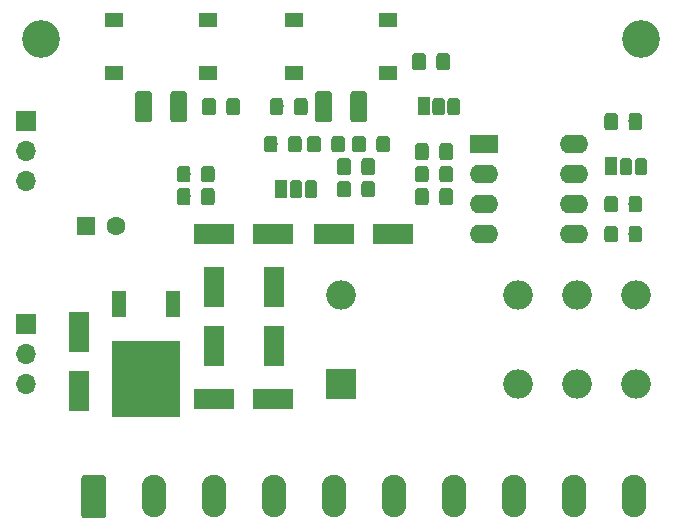
<source format=gts>
G04 #@! TF.GenerationSoftware,KiCad,Pcbnew,(5.1.0-894-gde406e36d)*
G04 #@! TF.CreationDate,2019-08-24T10:53:01-07:00*
G04 #@! TF.ProjectId,RCSMCtrl,5243534d-4374-4726-9c2e-6b696361645f,A*
G04 #@! TF.SameCoordinates,Original*
G04 #@! TF.FileFunction,Soldermask,Top*
G04 #@! TF.FilePolarity,Negative*
%FSLAX46Y46*%
G04 Gerber Fmt 4.6, Leading zero omitted, Abs format (unit mm)*
G04 Created by KiCad (PCBNEW (5.1.0-894-gde406e36d)) date 2019-08-24 10:53:01*
%MOMM*%
%LPD*%
G04 APERTURE LIST*
%ADD10O,1.700000X1.700000*%
%ADD11R,1.700000X1.700000*%
%ADD12C,3.200000*%
%ADD13R,5.800000X6.400000*%
%ADD14R,1.200000X2.200000*%
%ADD15R,1.550000X1.300000*%
%ADD16C,0.100000*%
%ADD17C,1.150000*%
%ADD18R,1.050000X1.500000*%
%ADD19C,1.050000*%
%ADD20O,2.080000X3.600000*%
%ADD21C,2.080000*%
%ADD22O,2.400000X1.600000*%
%ADD23R,2.400000X1.600000*%
%ADD24R,3.500000X1.800000*%
%ADD25C,1.425000*%
%ADD26R,1.800000X3.500000*%
%ADD27C,1.600000*%
%ADD28R,1.600000X1.600000*%
%ADD29R,2.500000X2.500000*%
%ADD30O,2.500000X2.500000*%
G04 APERTURE END LIST*
D10*
X71120000Y-50165000D03*
X71120000Y-47625000D03*
D11*
X71120000Y-45085000D03*
D12*
X72390000Y-38100000D03*
X123190000Y-38100000D03*
D13*
X81280000Y-66870000D03*
D14*
X79000000Y-60570000D03*
X83560000Y-60570000D03*
D15*
X93810000Y-36485000D03*
X93810000Y-40985000D03*
X101770000Y-40985000D03*
X101770000Y-36485000D03*
X78570000Y-36485000D03*
X78570000Y-40985000D03*
X86530000Y-40985000D03*
X86530000Y-36485000D03*
D16*
G36*
X123120671Y-51389030D02*
G01*
X123201777Y-51443223D01*
X123255970Y-51524329D01*
X123275000Y-51619999D01*
X123275000Y-52520001D01*
X123255970Y-52615671D01*
X123201777Y-52696777D01*
X123120671Y-52750970D01*
X123025001Y-52770000D01*
X122374999Y-52770000D01*
X122279329Y-52750970D01*
X122198223Y-52696777D01*
X122144030Y-52615671D01*
X122125000Y-52520001D01*
X122125000Y-51619999D01*
X122144030Y-51524329D01*
X122198223Y-51443223D01*
X122279329Y-51389030D01*
X122374999Y-51370000D01*
X123025001Y-51370000D01*
X123120671Y-51389030D01*
X123120671Y-51389030D01*
G37*
D17*
X122700000Y-52070000D03*
D16*
G36*
X121070671Y-51389030D02*
G01*
X121151777Y-51443223D01*
X121205970Y-51524329D01*
X121225000Y-51619999D01*
X121225000Y-52520001D01*
X121205970Y-52615671D01*
X121151777Y-52696777D01*
X121070671Y-52750970D01*
X120975001Y-52770000D01*
X120324999Y-52770000D01*
X120229329Y-52750970D01*
X120148223Y-52696777D01*
X120094030Y-52615671D01*
X120075000Y-52520001D01*
X120075000Y-51619999D01*
X120094030Y-51524329D01*
X120148223Y-51443223D01*
X120229329Y-51389030D01*
X120324999Y-51370000D01*
X120975001Y-51370000D01*
X121070671Y-51389030D01*
X121070671Y-51389030D01*
G37*
D17*
X120650000Y-52070000D03*
D16*
G36*
X121070671Y-44404030D02*
G01*
X121151777Y-44458223D01*
X121205970Y-44539329D01*
X121225000Y-44634999D01*
X121225000Y-45535001D01*
X121205970Y-45630671D01*
X121151777Y-45711777D01*
X121070671Y-45765970D01*
X120975001Y-45785000D01*
X120324999Y-45785000D01*
X120229329Y-45765970D01*
X120148223Y-45711777D01*
X120094030Y-45630671D01*
X120075000Y-45535001D01*
X120075000Y-44634999D01*
X120094030Y-44539329D01*
X120148223Y-44458223D01*
X120229329Y-44404030D01*
X120324999Y-44385000D01*
X120975001Y-44385000D01*
X121070671Y-44404030D01*
X121070671Y-44404030D01*
G37*
D17*
X120650000Y-45085000D03*
D16*
G36*
X123120671Y-44404030D02*
G01*
X123201777Y-44458223D01*
X123255970Y-44539329D01*
X123275000Y-44634999D01*
X123275000Y-45535001D01*
X123255970Y-45630671D01*
X123201777Y-45711777D01*
X123120671Y-45765970D01*
X123025001Y-45785000D01*
X122374999Y-45785000D01*
X122279329Y-45765970D01*
X122198223Y-45711777D01*
X122144030Y-45630671D01*
X122125000Y-45535001D01*
X122125000Y-44634999D01*
X122144030Y-44539329D01*
X122198223Y-44458223D01*
X122279329Y-44404030D01*
X122374999Y-44385000D01*
X123025001Y-44385000D01*
X123120671Y-44404030D01*
X123120671Y-44404030D01*
G37*
D17*
X122700000Y-45085000D03*
D16*
G36*
X107100671Y-50754030D02*
G01*
X107181777Y-50808223D01*
X107235970Y-50889329D01*
X107255000Y-50984999D01*
X107255000Y-51885001D01*
X107235970Y-51980671D01*
X107181777Y-52061777D01*
X107100671Y-52115970D01*
X107005001Y-52135000D01*
X106354999Y-52135000D01*
X106259329Y-52115970D01*
X106178223Y-52061777D01*
X106124030Y-51980671D01*
X106105000Y-51885001D01*
X106105000Y-50984999D01*
X106124030Y-50889329D01*
X106178223Y-50808223D01*
X106259329Y-50754030D01*
X106354999Y-50735000D01*
X107005001Y-50735000D01*
X107100671Y-50754030D01*
X107100671Y-50754030D01*
G37*
D17*
X106680000Y-51435000D03*
D16*
G36*
X105050671Y-50754030D02*
G01*
X105131777Y-50808223D01*
X105185970Y-50889329D01*
X105205000Y-50984999D01*
X105205000Y-51885001D01*
X105185970Y-51980671D01*
X105131777Y-52061777D01*
X105050671Y-52115970D01*
X104955001Y-52135000D01*
X104304999Y-52135000D01*
X104209329Y-52115970D01*
X104128223Y-52061777D01*
X104074030Y-51980671D01*
X104055000Y-51885001D01*
X104055000Y-50984999D01*
X104074030Y-50889329D01*
X104128223Y-50808223D01*
X104209329Y-50754030D01*
X104304999Y-50735000D01*
X104955001Y-50735000D01*
X105050671Y-50754030D01*
X105050671Y-50754030D01*
G37*
D17*
X104630000Y-51435000D03*
D16*
G36*
X92740671Y-43134030D02*
G01*
X92821777Y-43188223D01*
X92875970Y-43269329D01*
X92895000Y-43364999D01*
X92895000Y-44265001D01*
X92875970Y-44360671D01*
X92821777Y-44441777D01*
X92740671Y-44495970D01*
X92645001Y-44515000D01*
X91994999Y-44515000D01*
X91899329Y-44495970D01*
X91818223Y-44441777D01*
X91764030Y-44360671D01*
X91745000Y-44265001D01*
X91745000Y-43364999D01*
X91764030Y-43269329D01*
X91818223Y-43188223D01*
X91899329Y-43134030D01*
X91994999Y-43115000D01*
X92645001Y-43115000D01*
X92740671Y-43134030D01*
X92740671Y-43134030D01*
G37*
D17*
X92320000Y-43815000D03*
D16*
G36*
X94790671Y-43134030D02*
G01*
X94871777Y-43188223D01*
X94925970Y-43269329D01*
X94945000Y-43364999D01*
X94945000Y-44265001D01*
X94925970Y-44360671D01*
X94871777Y-44441777D01*
X94790671Y-44495970D01*
X94695001Y-44515000D01*
X94044999Y-44515000D01*
X93949329Y-44495970D01*
X93868223Y-44441777D01*
X93814030Y-44360671D01*
X93795000Y-44265001D01*
X93795000Y-43364999D01*
X93814030Y-43269329D01*
X93868223Y-43188223D01*
X93949329Y-43134030D01*
X94044999Y-43115000D01*
X94695001Y-43115000D01*
X94790671Y-43134030D01*
X94790671Y-43134030D01*
G37*
D17*
X94370000Y-43815000D03*
D16*
G36*
X104805671Y-39324030D02*
G01*
X104886777Y-39378223D01*
X104940970Y-39459329D01*
X104960000Y-39554999D01*
X104960000Y-40455001D01*
X104940970Y-40550671D01*
X104886777Y-40631777D01*
X104805671Y-40685970D01*
X104710001Y-40705000D01*
X104059999Y-40705000D01*
X103964329Y-40685970D01*
X103883223Y-40631777D01*
X103829030Y-40550671D01*
X103810000Y-40455001D01*
X103810000Y-39554999D01*
X103829030Y-39459329D01*
X103883223Y-39378223D01*
X103964329Y-39324030D01*
X104059999Y-39305000D01*
X104710001Y-39305000D01*
X104805671Y-39324030D01*
X104805671Y-39324030D01*
G37*
D17*
X104385000Y-40005000D03*
D16*
G36*
X106855671Y-39324030D02*
G01*
X106936777Y-39378223D01*
X106990970Y-39459329D01*
X107010000Y-39554999D01*
X107010000Y-40455001D01*
X106990970Y-40550671D01*
X106936777Y-40631777D01*
X106855671Y-40685970D01*
X106760001Y-40705000D01*
X106109999Y-40705000D01*
X106014329Y-40685970D01*
X105933223Y-40631777D01*
X105879030Y-40550671D01*
X105860000Y-40455001D01*
X105860000Y-39554999D01*
X105879030Y-39459329D01*
X105933223Y-39378223D01*
X106014329Y-39324030D01*
X106109999Y-39305000D01*
X106760001Y-39305000D01*
X106855671Y-39324030D01*
X106855671Y-39324030D01*
G37*
D17*
X106435000Y-40005000D03*
D16*
G36*
X121070671Y-53929030D02*
G01*
X121151777Y-53983223D01*
X121205970Y-54064329D01*
X121225000Y-54159999D01*
X121225000Y-55060001D01*
X121205970Y-55155671D01*
X121151777Y-55236777D01*
X121070671Y-55290970D01*
X120975001Y-55310000D01*
X120324999Y-55310000D01*
X120229329Y-55290970D01*
X120148223Y-55236777D01*
X120094030Y-55155671D01*
X120075000Y-55060001D01*
X120075000Y-54159999D01*
X120094030Y-54064329D01*
X120148223Y-53983223D01*
X120229329Y-53929030D01*
X120324999Y-53910000D01*
X120975001Y-53910000D01*
X121070671Y-53929030D01*
X121070671Y-53929030D01*
G37*
D17*
X120650000Y-54610000D03*
D16*
G36*
X123120671Y-53929030D02*
G01*
X123201777Y-53983223D01*
X123255970Y-54064329D01*
X123275000Y-54159999D01*
X123275000Y-55060001D01*
X123255970Y-55155671D01*
X123201777Y-55236777D01*
X123120671Y-55290970D01*
X123025001Y-55310000D01*
X122374999Y-55310000D01*
X122279329Y-55290970D01*
X122198223Y-55236777D01*
X122144030Y-55155671D01*
X122125000Y-55060001D01*
X122125000Y-54159999D01*
X122144030Y-54064329D01*
X122198223Y-53983223D01*
X122279329Y-53929030D01*
X122374999Y-53910000D01*
X123025001Y-53910000D01*
X123120671Y-53929030D01*
X123120671Y-53929030D01*
G37*
D17*
X122700000Y-54610000D03*
D16*
G36*
X89075671Y-43134030D02*
G01*
X89156777Y-43188223D01*
X89210970Y-43269329D01*
X89230000Y-43364999D01*
X89230000Y-44265001D01*
X89210970Y-44360671D01*
X89156777Y-44441777D01*
X89075671Y-44495970D01*
X88980001Y-44515000D01*
X88329999Y-44515000D01*
X88234329Y-44495970D01*
X88153223Y-44441777D01*
X88099030Y-44360671D01*
X88080000Y-44265001D01*
X88080000Y-43364999D01*
X88099030Y-43269329D01*
X88153223Y-43188223D01*
X88234329Y-43134030D01*
X88329999Y-43115000D01*
X88980001Y-43115000D01*
X89075671Y-43134030D01*
X89075671Y-43134030D01*
G37*
D17*
X88655000Y-43815000D03*
D16*
G36*
X87025671Y-43134030D02*
G01*
X87106777Y-43188223D01*
X87160970Y-43269329D01*
X87180000Y-43364999D01*
X87180000Y-44265001D01*
X87160970Y-44360671D01*
X87106777Y-44441777D01*
X87025671Y-44495970D01*
X86930001Y-44515000D01*
X86279999Y-44515000D01*
X86184329Y-44495970D01*
X86103223Y-44441777D01*
X86049030Y-44360671D01*
X86030000Y-44265001D01*
X86030000Y-43364999D01*
X86049030Y-43269329D01*
X86103223Y-43188223D01*
X86184329Y-43134030D01*
X86279999Y-43115000D01*
X86930001Y-43115000D01*
X87025671Y-43134030D01*
X87025671Y-43134030D01*
G37*
D17*
X86605000Y-43815000D03*
D16*
G36*
X98455671Y-50119030D02*
G01*
X98536777Y-50173223D01*
X98590970Y-50254329D01*
X98610000Y-50349999D01*
X98610000Y-51250001D01*
X98590970Y-51345671D01*
X98536777Y-51426777D01*
X98455671Y-51480970D01*
X98360001Y-51500000D01*
X97709999Y-51500000D01*
X97614329Y-51480970D01*
X97533223Y-51426777D01*
X97479030Y-51345671D01*
X97460000Y-51250001D01*
X97460000Y-50349999D01*
X97479030Y-50254329D01*
X97533223Y-50173223D01*
X97614329Y-50119030D01*
X97709999Y-50100000D01*
X98360001Y-50100000D01*
X98455671Y-50119030D01*
X98455671Y-50119030D01*
G37*
D17*
X98035000Y-50800000D03*
D16*
G36*
X100505671Y-50119030D02*
G01*
X100586777Y-50173223D01*
X100640970Y-50254329D01*
X100660000Y-50349999D01*
X100660000Y-51250001D01*
X100640970Y-51345671D01*
X100586777Y-51426777D01*
X100505671Y-51480970D01*
X100410001Y-51500000D01*
X99759999Y-51500000D01*
X99664329Y-51480970D01*
X99583223Y-51426777D01*
X99529030Y-51345671D01*
X99510000Y-51250001D01*
X99510000Y-50349999D01*
X99529030Y-50254329D01*
X99583223Y-50173223D01*
X99664329Y-50119030D01*
X99759999Y-50100000D01*
X100410001Y-50100000D01*
X100505671Y-50119030D01*
X100505671Y-50119030D01*
G37*
D17*
X100085000Y-50800000D03*
D16*
G36*
X94290671Y-46309030D02*
G01*
X94371777Y-46363223D01*
X94425970Y-46444329D01*
X94445000Y-46539999D01*
X94445000Y-47440001D01*
X94425970Y-47535671D01*
X94371777Y-47616777D01*
X94290671Y-47670970D01*
X94195001Y-47690000D01*
X93544999Y-47690000D01*
X93449329Y-47670970D01*
X93368223Y-47616777D01*
X93314030Y-47535671D01*
X93295000Y-47440001D01*
X93295000Y-46539999D01*
X93314030Y-46444329D01*
X93368223Y-46363223D01*
X93449329Y-46309030D01*
X93544999Y-46290000D01*
X94195001Y-46290000D01*
X94290671Y-46309030D01*
X94290671Y-46309030D01*
G37*
D17*
X93870000Y-46990000D03*
D16*
G36*
X92240671Y-46309030D02*
G01*
X92321777Y-46363223D01*
X92375970Y-46444329D01*
X92395000Y-46539999D01*
X92395000Y-47440001D01*
X92375970Y-47535671D01*
X92321777Y-47616777D01*
X92240671Y-47670970D01*
X92145001Y-47690000D01*
X91494999Y-47690000D01*
X91399329Y-47670970D01*
X91318223Y-47616777D01*
X91264030Y-47535671D01*
X91245000Y-47440001D01*
X91245000Y-46539999D01*
X91264030Y-46444329D01*
X91318223Y-46363223D01*
X91399329Y-46309030D01*
X91494999Y-46290000D01*
X92145001Y-46290000D01*
X92240671Y-46309030D01*
X92240671Y-46309030D01*
G37*
D17*
X91820000Y-46990000D03*
D16*
G36*
X97965671Y-46309030D02*
G01*
X98046777Y-46363223D01*
X98100970Y-46444329D01*
X98120000Y-46539999D01*
X98120000Y-47440001D01*
X98100970Y-47535671D01*
X98046777Y-47616777D01*
X97965671Y-47670970D01*
X97870001Y-47690000D01*
X97219999Y-47690000D01*
X97124329Y-47670970D01*
X97043223Y-47616777D01*
X96989030Y-47535671D01*
X96970000Y-47440001D01*
X96970000Y-46539999D01*
X96989030Y-46444329D01*
X97043223Y-46363223D01*
X97124329Y-46309030D01*
X97219999Y-46290000D01*
X97870001Y-46290000D01*
X97965671Y-46309030D01*
X97965671Y-46309030D01*
G37*
D17*
X97545000Y-46990000D03*
D16*
G36*
X95915671Y-46309030D02*
G01*
X95996777Y-46363223D01*
X96050970Y-46444329D01*
X96070000Y-46539999D01*
X96070000Y-47440001D01*
X96050970Y-47535671D01*
X95996777Y-47616777D01*
X95915671Y-47670970D01*
X95820001Y-47690000D01*
X95169999Y-47690000D01*
X95074329Y-47670970D01*
X94993223Y-47616777D01*
X94939030Y-47535671D01*
X94920000Y-47440001D01*
X94920000Y-46539999D01*
X94939030Y-46444329D01*
X94993223Y-46363223D01*
X95074329Y-46309030D01*
X95169999Y-46290000D01*
X95820001Y-46290000D01*
X95915671Y-46309030D01*
X95915671Y-46309030D01*
G37*
D17*
X95495000Y-46990000D03*
D16*
G36*
X105050671Y-48849030D02*
G01*
X105131777Y-48903223D01*
X105185970Y-48984329D01*
X105205000Y-49079999D01*
X105205000Y-49980001D01*
X105185970Y-50075671D01*
X105131777Y-50156777D01*
X105050671Y-50210970D01*
X104955001Y-50230000D01*
X104304999Y-50230000D01*
X104209329Y-50210970D01*
X104128223Y-50156777D01*
X104074030Y-50075671D01*
X104055000Y-49980001D01*
X104055000Y-49079999D01*
X104074030Y-48984329D01*
X104128223Y-48903223D01*
X104209329Y-48849030D01*
X104304999Y-48830000D01*
X104955001Y-48830000D01*
X105050671Y-48849030D01*
X105050671Y-48849030D01*
G37*
D17*
X104630000Y-49530000D03*
D16*
G36*
X107100671Y-48849030D02*
G01*
X107181777Y-48903223D01*
X107235970Y-48984329D01*
X107255000Y-49079999D01*
X107255000Y-49980001D01*
X107235970Y-50075671D01*
X107181777Y-50156777D01*
X107100671Y-50210970D01*
X107005001Y-50230000D01*
X106354999Y-50230000D01*
X106259329Y-50210970D01*
X106178223Y-50156777D01*
X106124030Y-50075671D01*
X106105000Y-49980001D01*
X106105000Y-49079999D01*
X106124030Y-48984329D01*
X106178223Y-48903223D01*
X106259329Y-48849030D01*
X106354999Y-48830000D01*
X107005001Y-48830000D01*
X107100671Y-48849030D01*
X107100671Y-48849030D01*
G37*
D17*
X106680000Y-49530000D03*
D16*
G36*
X101775671Y-46309030D02*
G01*
X101856777Y-46363223D01*
X101910970Y-46444329D01*
X101930000Y-46539999D01*
X101930000Y-47440001D01*
X101910970Y-47535671D01*
X101856777Y-47616777D01*
X101775671Y-47670970D01*
X101680001Y-47690000D01*
X101029999Y-47690000D01*
X100934329Y-47670970D01*
X100853223Y-47616777D01*
X100799030Y-47535671D01*
X100780000Y-47440001D01*
X100780000Y-46539999D01*
X100799030Y-46444329D01*
X100853223Y-46363223D01*
X100934329Y-46309030D01*
X101029999Y-46290000D01*
X101680001Y-46290000D01*
X101775671Y-46309030D01*
X101775671Y-46309030D01*
G37*
D17*
X101355000Y-46990000D03*
D16*
G36*
X99725671Y-46309030D02*
G01*
X99806777Y-46363223D01*
X99860970Y-46444329D01*
X99880000Y-46539999D01*
X99880000Y-47440001D01*
X99860970Y-47535671D01*
X99806777Y-47616777D01*
X99725671Y-47670970D01*
X99630001Y-47690000D01*
X98979999Y-47690000D01*
X98884329Y-47670970D01*
X98803223Y-47616777D01*
X98749030Y-47535671D01*
X98730000Y-47440001D01*
X98730000Y-46539999D01*
X98749030Y-46444329D01*
X98803223Y-46363223D01*
X98884329Y-46309030D01*
X98979999Y-46290000D01*
X99630001Y-46290000D01*
X99725671Y-46309030D01*
X99725671Y-46309030D01*
G37*
D17*
X99305000Y-46990000D03*
D16*
G36*
X105050671Y-46944030D02*
G01*
X105131777Y-46998223D01*
X105185970Y-47079329D01*
X105205000Y-47174999D01*
X105205000Y-48075001D01*
X105185970Y-48170671D01*
X105131777Y-48251777D01*
X105050671Y-48305970D01*
X104955001Y-48325000D01*
X104304999Y-48325000D01*
X104209329Y-48305970D01*
X104128223Y-48251777D01*
X104074030Y-48170671D01*
X104055000Y-48075001D01*
X104055000Y-47174999D01*
X104074030Y-47079329D01*
X104128223Y-46998223D01*
X104209329Y-46944030D01*
X104304999Y-46925000D01*
X104955001Y-46925000D01*
X105050671Y-46944030D01*
X105050671Y-46944030D01*
G37*
D17*
X104630000Y-47625000D03*
D16*
G36*
X107100671Y-46944030D02*
G01*
X107181777Y-46998223D01*
X107235970Y-47079329D01*
X107255000Y-47174999D01*
X107255000Y-48075001D01*
X107235970Y-48170671D01*
X107181777Y-48251777D01*
X107100671Y-48305970D01*
X107005001Y-48325000D01*
X106354999Y-48325000D01*
X106259329Y-48305970D01*
X106178223Y-48251777D01*
X106124030Y-48170671D01*
X106105000Y-48075001D01*
X106105000Y-47174999D01*
X106124030Y-47079329D01*
X106178223Y-46998223D01*
X106259329Y-46944030D01*
X106354999Y-46925000D01*
X107005001Y-46925000D01*
X107100671Y-46944030D01*
X107100671Y-46944030D01*
G37*
D17*
X106680000Y-47625000D03*
D18*
X120650000Y-48895000D03*
D16*
G36*
X123552954Y-48164982D02*
G01*
X123638116Y-48221884D01*
X123695018Y-48307046D01*
X123715000Y-48407500D01*
X123715000Y-49382500D01*
X123695018Y-49482954D01*
X123638116Y-49568116D01*
X123552954Y-49625018D01*
X123452500Y-49645000D01*
X122927500Y-49645000D01*
X122827046Y-49625018D01*
X122741884Y-49568116D01*
X122684982Y-49482954D01*
X122665000Y-49382500D01*
X122665000Y-48407500D01*
X122684982Y-48307046D01*
X122741884Y-48221884D01*
X122827046Y-48164982D01*
X122927500Y-48145000D01*
X123452500Y-48145000D01*
X123552954Y-48164982D01*
X123552954Y-48164982D01*
G37*
D19*
X123190000Y-48895000D03*
D16*
G36*
X122282954Y-48164982D02*
G01*
X122368116Y-48221884D01*
X122425018Y-48307046D01*
X122445000Y-48407500D01*
X122445000Y-49382500D01*
X122425018Y-49482954D01*
X122368116Y-49568116D01*
X122282954Y-49625018D01*
X122182500Y-49645000D01*
X121657500Y-49645000D01*
X121557046Y-49625018D01*
X121471884Y-49568116D01*
X121414982Y-49482954D01*
X121395000Y-49382500D01*
X121395000Y-48407500D01*
X121414982Y-48307046D01*
X121471884Y-48221884D01*
X121557046Y-48164982D01*
X121657500Y-48145000D01*
X122182500Y-48145000D01*
X122282954Y-48164982D01*
X122282954Y-48164982D01*
G37*
D19*
X121920000Y-48895000D03*
D18*
X92710000Y-50800000D03*
D16*
G36*
X95612954Y-50069982D02*
G01*
X95698116Y-50126884D01*
X95755018Y-50212046D01*
X95775000Y-50312500D01*
X95775000Y-51287500D01*
X95755018Y-51387954D01*
X95698116Y-51473116D01*
X95612954Y-51530018D01*
X95512500Y-51550000D01*
X94987500Y-51550000D01*
X94887046Y-51530018D01*
X94801884Y-51473116D01*
X94744982Y-51387954D01*
X94725000Y-51287500D01*
X94725000Y-50312500D01*
X94744982Y-50212046D01*
X94801884Y-50126884D01*
X94887046Y-50069982D01*
X94987500Y-50050000D01*
X95512500Y-50050000D01*
X95612954Y-50069982D01*
X95612954Y-50069982D01*
G37*
D19*
X95250000Y-50800000D03*
D16*
G36*
X94342954Y-50069982D02*
G01*
X94428116Y-50126884D01*
X94485018Y-50212046D01*
X94505000Y-50312500D01*
X94505000Y-51287500D01*
X94485018Y-51387954D01*
X94428116Y-51473116D01*
X94342954Y-51530018D01*
X94242500Y-51550000D01*
X93717500Y-51550000D01*
X93617046Y-51530018D01*
X93531884Y-51473116D01*
X93474982Y-51387954D01*
X93455000Y-51287500D01*
X93455000Y-50312500D01*
X93474982Y-50212046D01*
X93531884Y-50126884D01*
X93617046Y-50069982D01*
X93717500Y-50050000D01*
X94242500Y-50050000D01*
X94342954Y-50069982D01*
X94342954Y-50069982D01*
G37*
D19*
X93980000Y-50800000D03*
D18*
X104775000Y-43815000D03*
D16*
G36*
X107677954Y-43084982D02*
G01*
X107763116Y-43141884D01*
X107820018Y-43227046D01*
X107840000Y-43327500D01*
X107840000Y-44302500D01*
X107820018Y-44402954D01*
X107763116Y-44488116D01*
X107677954Y-44545018D01*
X107577500Y-44565000D01*
X107052500Y-44565000D01*
X106952046Y-44545018D01*
X106866884Y-44488116D01*
X106809982Y-44402954D01*
X106790000Y-44302500D01*
X106790000Y-43327500D01*
X106809982Y-43227046D01*
X106866884Y-43141884D01*
X106952046Y-43084982D01*
X107052500Y-43065000D01*
X107577500Y-43065000D01*
X107677954Y-43084982D01*
X107677954Y-43084982D01*
G37*
D19*
X107315000Y-43815000D03*
D16*
G36*
X106407954Y-43084982D02*
G01*
X106493116Y-43141884D01*
X106550018Y-43227046D01*
X106570000Y-43327500D01*
X106570000Y-44302500D01*
X106550018Y-44402954D01*
X106493116Y-44488116D01*
X106407954Y-44545018D01*
X106307500Y-44565000D01*
X105782500Y-44565000D01*
X105682046Y-44545018D01*
X105596884Y-44488116D01*
X105539982Y-44402954D01*
X105520000Y-44302500D01*
X105520000Y-43327500D01*
X105539982Y-43227046D01*
X105596884Y-43141884D01*
X105682046Y-43084982D01*
X105782500Y-43065000D01*
X106307500Y-43065000D01*
X106407954Y-43084982D01*
X106407954Y-43084982D01*
G37*
D19*
X106045000Y-43815000D03*
D10*
X71120000Y-67310000D03*
X71120000Y-64770000D03*
D11*
X71120000Y-62230000D03*
D20*
X122555000Y-76835000D03*
X117475000Y-76835000D03*
X112395000Y-76835000D03*
X107315000Y-76835000D03*
X102235000Y-76835000D03*
X97155000Y-76835000D03*
X92075000Y-76835000D03*
X86995000Y-76835000D03*
X81915000Y-76835000D03*
D16*
G36*
X77720671Y-75054030D02*
G01*
X77801777Y-75108223D01*
X77855970Y-75189329D01*
X77875000Y-75284999D01*
X77875000Y-78385001D01*
X77855970Y-78480671D01*
X77801777Y-78561777D01*
X77720671Y-78615970D01*
X77625001Y-78635000D01*
X76044999Y-78635000D01*
X75949329Y-78615970D01*
X75868223Y-78561777D01*
X75814030Y-78480671D01*
X75795000Y-78385001D01*
X75795000Y-75284999D01*
X75814030Y-75189329D01*
X75868223Y-75108223D01*
X75949329Y-75054030D01*
X76044999Y-75035000D01*
X77625001Y-75035000D01*
X77720671Y-75054030D01*
X77720671Y-75054030D01*
G37*
D21*
X76835000Y-76835000D03*
D22*
X117475000Y-46990000D03*
X109855000Y-54610000D03*
X117475000Y-49530000D03*
X109855000Y-52070000D03*
X117475000Y-52070000D03*
X109855000Y-49530000D03*
X117475000Y-54610000D03*
D23*
X109855000Y-46990000D03*
D24*
X87035000Y-68580000D03*
X92035000Y-68580000D03*
X102195000Y-54610000D03*
X97195000Y-54610000D03*
D16*
G36*
X99835671Y-42509030D02*
G01*
X99916777Y-42563223D01*
X99970970Y-42644329D01*
X99990000Y-42740000D01*
X99990000Y-44890000D01*
X99970970Y-44985671D01*
X99916777Y-45066777D01*
X99835671Y-45120970D01*
X99740000Y-45140000D01*
X98815000Y-45140000D01*
X98719329Y-45120970D01*
X98638223Y-45066777D01*
X98584030Y-44985671D01*
X98565000Y-44890000D01*
X98565000Y-42740000D01*
X98584030Y-42644329D01*
X98638223Y-42563223D01*
X98719329Y-42509030D01*
X98815000Y-42490000D01*
X99740000Y-42490000D01*
X99835671Y-42509030D01*
X99835671Y-42509030D01*
G37*
D25*
X99277500Y-43815000D03*
D16*
G36*
X96860671Y-42509030D02*
G01*
X96941777Y-42563223D01*
X96995970Y-42644329D01*
X97015000Y-42740000D01*
X97015000Y-44890000D01*
X96995970Y-44985671D01*
X96941777Y-45066777D01*
X96860671Y-45120970D01*
X96765000Y-45140000D01*
X95840000Y-45140000D01*
X95744329Y-45120970D01*
X95663223Y-45066777D01*
X95609030Y-44985671D01*
X95590000Y-44890000D01*
X95590000Y-42740000D01*
X95609030Y-42644329D01*
X95663223Y-42563223D01*
X95744329Y-42509030D01*
X95840000Y-42490000D01*
X96765000Y-42490000D01*
X96860671Y-42509030D01*
X96860671Y-42509030D01*
G37*
D25*
X96302500Y-43815000D03*
D16*
G36*
X84595671Y-42509030D02*
G01*
X84676777Y-42563223D01*
X84730970Y-42644329D01*
X84750000Y-42740000D01*
X84750000Y-44890000D01*
X84730970Y-44985671D01*
X84676777Y-45066777D01*
X84595671Y-45120970D01*
X84500000Y-45140000D01*
X83575000Y-45140000D01*
X83479329Y-45120970D01*
X83398223Y-45066777D01*
X83344030Y-44985671D01*
X83325000Y-44890000D01*
X83325000Y-42740000D01*
X83344030Y-42644329D01*
X83398223Y-42563223D01*
X83479329Y-42509030D01*
X83575000Y-42490000D01*
X84500000Y-42490000D01*
X84595671Y-42509030D01*
X84595671Y-42509030D01*
G37*
D25*
X84037500Y-43815000D03*
D16*
G36*
X81620671Y-42509030D02*
G01*
X81701777Y-42563223D01*
X81755970Y-42644329D01*
X81775000Y-42740000D01*
X81775000Y-44890000D01*
X81755970Y-44985671D01*
X81701777Y-45066777D01*
X81620671Y-45120970D01*
X81525000Y-45140000D01*
X80600000Y-45140000D01*
X80504329Y-45120970D01*
X80423223Y-45066777D01*
X80369030Y-44985671D01*
X80350000Y-44890000D01*
X80350000Y-42740000D01*
X80369030Y-42644329D01*
X80423223Y-42563223D01*
X80504329Y-42509030D01*
X80600000Y-42490000D01*
X81525000Y-42490000D01*
X81620671Y-42509030D01*
X81620671Y-42509030D01*
G37*
D25*
X81062500Y-43815000D03*
D26*
X75565000Y-67905000D03*
X75565000Y-62905000D03*
D24*
X92035000Y-54610000D03*
X87035000Y-54610000D03*
D26*
X86995000Y-64095000D03*
X86995000Y-59095000D03*
X92075000Y-64095000D03*
X92075000Y-59095000D03*
D16*
G36*
X86925671Y-48849030D02*
G01*
X87006777Y-48903223D01*
X87060970Y-48984329D01*
X87080000Y-49079999D01*
X87080000Y-49980001D01*
X87060970Y-50075671D01*
X87006777Y-50156777D01*
X86925671Y-50210970D01*
X86830001Y-50230000D01*
X86179999Y-50230000D01*
X86084329Y-50210970D01*
X86003223Y-50156777D01*
X85949030Y-50075671D01*
X85930000Y-49980001D01*
X85930000Y-49079999D01*
X85949030Y-48984329D01*
X86003223Y-48903223D01*
X86084329Y-48849030D01*
X86179999Y-48830000D01*
X86830001Y-48830000D01*
X86925671Y-48849030D01*
X86925671Y-48849030D01*
G37*
D17*
X86505000Y-49530000D03*
D16*
G36*
X84875671Y-48849030D02*
G01*
X84956777Y-48903223D01*
X85010970Y-48984329D01*
X85030000Y-49079999D01*
X85030000Y-49980001D01*
X85010970Y-50075671D01*
X84956777Y-50156777D01*
X84875671Y-50210970D01*
X84780001Y-50230000D01*
X84129999Y-50230000D01*
X84034329Y-50210970D01*
X83953223Y-50156777D01*
X83899030Y-50075671D01*
X83880000Y-49980001D01*
X83880000Y-49079999D01*
X83899030Y-48984329D01*
X83953223Y-48903223D01*
X84034329Y-48849030D01*
X84129999Y-48830000D01*
X84780001Y-48830000D01*
X84875671Y-48849030D01*
X84875671Y-48849030D01*
G37*
D17*
X84455000Y-49530000D03*
D16*
G36*
X86925671Y-50754030D02*
G01*
X87006777Y-50808223D01*
X87060970Y-50889329D01*
X87080000Y-50984999D01*
X87080000Y-51885001D01*
X87060970Y-51980671D01*
X87006777Y-52061777D01*
X86925671Y-52115970D01*
X86830001Y-52135000D01*
X86179999Y-52135000D01*
X86084329Y-52115970D01*
X86003223Y-52061777D01*
X85949030Y-51980671D01*
X85930000Y-51885001D01*
X85930000Y-50984999D01*
X85949030Y-50889329D01*
X86003223Y-50808223D01*
X86084329Y-50754030D01*
X86179999Y-50735000D01*
X86830001Y-50735000D01*
X86925671Y-50754030D01*
X86925671Y-50754030D01*
G37*
D17*
X86505000Y-51435000D03*
D16*
G36*
X84875671Y-50754030D02*
G01*
X84956777Y-50808223D01*
X85010970Y-50889329D01*
X85030000Y-50984999D01*
X85030000Y-51885001D01*
X85010970Y-51980671D01*
X84956777Y-52061777D01*
X84875671Y-52115970D01*
X84780001Y-52135000D01*
X84129999Y-52135000D01*
X84034329Y-52115970D01*
X83953223Y-52061777D01*
X83899030Y-51980671D01*
X83880000Y-51885001D01*
X83880000Y-50984999D01*
X83899030Y-50889329D01*
X83953223Y-50808223D01*
X84034329Y-50754030D01*
X84129999Y-50735000D01*
X84780001Y-50735000D01*
X84875671Y-50754030D01*
X84875671Y-50754030D01*
G37*
D17*
X84455000Y-51435000D03*
D27*
X78700000Y-53975000D03*
D28*
X76200000Y-53975000D03*
D16*
G36*
X100505671Y-48214030D02*
G01*
X100586777Y-48268223D01*
X100640970Y-48349329D01*
X100660000Y-48444999D01*
X100660000Y-49345001D01*
X100640970Y-49440671D01*
X100586777Y-49521777D01*
X100505671Y-49575970D01*
X100410001Y-49595000D01*
X99759999Y-49595000D01*
X99664329Y-49575970D01*
X99583223Y-49521777D01*
X99529030Y-49440671D01*
X99510000Y-49345001D01*
X99510000Y-48444999D01*
X99529030Y-48349329D01*
X99583223Y-48268223D01*
X99664329Y-48214030D01*
X99759999Y-48195000D01*
X100410001Y-48195000D01*
X100505671Y-48214030D01*
X100505671Y-48214030D01*
G37*
D17*
X100085000Y-48895000D03*
D16*
G36*
X98455671Y-48214030D02*
G01*
X98536777Y-48268223D01*
X98590970Y-48349329D01*
X98610000Y-48444999D01*
X98610000Y-49345001D01*
X98590970Y-49440671D01*
X98536777Y-49521777D01*
X98455671Y-49575970D01*
X98360001Y-49595000D01*
X97709999Y-49595000D01*
X97614329Y-49575970D01*
X97533223Y-49521777D01*
X97479030Y-49440671D01*
X97460000Y-49345001D01*
X97460000Y-48444999D01*
X97479030Y-48349329D01*
X97533223Y-48268223D01*
X97614329Y-48214030D01*
X97709999Y-48195000D01*
X98360001Y-48195000D01*
X98455671Y-48214030D01*
X98455671Y-48214030D01*
G37*
D17*
X98035000Y-48895000D03*
D29*
X97790000Y-67310000D03*
D30*
X112790000Y-67310000D03*
X117790000Y-67310000D03*
X122790000Y-67310000D03*
X122790000Y-59810000D03*
X117790000Y-59810000D03*
X112790000Y-59810000D03*
X97790000Y-59810000D03*
M02*

</source>
